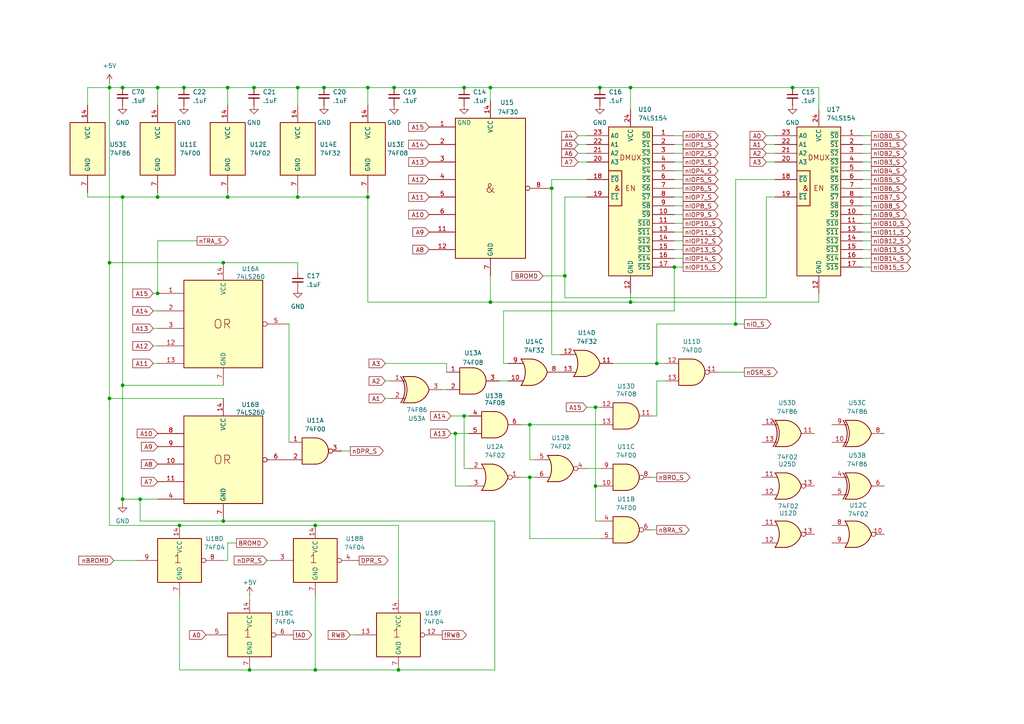
<source format=kicad_sch>
(kicad_sch (version 20231120) (generator "eeschema") (generator_version "8.0")
  (paper "A4")
  (junction (at 172.72 118.11))
  (junction (at 72.39 194.31))
  (junction (at 31.75 76.2))
  (junction (at 45.72 85.09))
  (junction (at 160.02 54.61))
  (junction (at 40.64 144.78))
  (junction (at 163.83 80.01))
  (junction (at 106.68 25.4))
  (junction (at 66.04 57.15))
  (junction (at 35.56 25.4))
  (junction (at 195.58 77.47))
  (junction (at 142.24 25.4))
  (junction (at 31.75 25.4))
  (junction (at 53.34 25.4))
  (junction (at 35.56 111.76))
  (junction (at 31.75 115.57))
  (junction (at 93.98 25.4))
  (junction (at 91.44 194.31))
  (junction (at 52.07 152.4))
  (junction (at 153.67 138.43))
  (junction (at 45.72 57.15))
  (junction (at 86.36 57.15))
  (junction (at 35.56 57.15))
  (junction (at 115.57 194.31))
  (junction (at 66.04 25.4))
  (junction (at 229.87 25.4))
  (junction (at 190.5 105.41))
  (junction (at 173.99 25.4))
  (junction (at 132.08 125.73))
  (junction (at 106.68 57.15))
  (junction (at 182.88 25.4))
  (junction (at 134.62 25.4))
  (junction (at 213.36 93.98))
  (junction (at 73.66 25.4))
  (junction (at 86.36 25.4))
  (junction (at 182.88 87.63))
  (junction (at 153.67 123.19))
  (junction (at 172.72 140.97))
  (junction (at 35.56 144.78))
  (junction (at 64.77 151.13))
  (junction (at 142.24 87.63))
  (junction (at 64.77 76.2))
  (junction (at 45.72 25.4))
  (junction (at 114.3 25.4))
  (junction (at 134.62 120.65))
  (junction (at 91.44 152.4))
  (wire (pts (xy 252.73 77.47) (xy 250.19 77.47)))
  (wire (pts (xy 111.76 110.49) (xy 113.03 110.49)))
  (wire (pts (xy 198.12 62.23) (xy 195.58 62.23)))
  (wire (pts (xy 252.73 41.91) (xy 250.19 41.91)))
  (wire (pts (xy 132.08 125.73) (xy 132.08 140.97)))
  (wire (pts (xy 25.4 30.48) (xy 25.4 25.4)))
  (wire (pts (xy 222.25 86.36) (xy 222.25 57.15)))
  (wire (pts (xy 31.75 25.4) (xy 31.75 76.2)))
  (wire (pts (xy 101.6 184.15) (xy 102.87 184.15)))
  (wire (pts (xy 170.18 118.11) (xy 172.72 118.11)))
  (wire (pts (xy 190.5 120.65) (xy 189.23 120.65)))
  (wire (pts (xy 190.5 93.98) (xy 190.5 105.41)))
  (wire (pts (xy 45.72 55.88) (xy 45.72 57.15)))
  (wire (pts (xy 45.72 69.85) (xy 57.15 69.85)))
  (wire (pts (xy 73.66 25.4) (xy 86.36 25.4)))
  (wire (pts (xy 86.36 55.88) (xy 86.36 57.15)))
  (wire (pts (xy 163.83 80.01) (xy 163.83 86.36)))
  (wire (pts (xy 237.49 25.4) (xy 237.49 31.75)))
  (wire (pts (xy 190.5 153.67) (xy 189.23 153.67)))
  (wire (pts (xy 151.13 138.43) (xy 153.67 138.43)))
  (wire (pts (xy 53.34 25.4) (xy 66.04 25.4)))
  (wire (pts (xy 153.67 123.19) (xy 173.99 123.19)))
  (wire (pts (xy 198.12 52.07) (xy 195.58 52.07)))
  (wire (pts (xy 160.02 52.07) (xy 170.18 52.07)))
  (wire (pts (xy 134.62 120.65) (xy 135.89 120.65)))
  (wire (pts (xy 157.48 80.01) (xy 163.83 80.01)))
  (wire (pts (xy 190.5 105.41) (xy 193.04 105.41)))
  (wire (pts (xy 91.44 152.4) (xy 115.57 152.4)))
  (wire (pts (xy 66.04 157.48) (xy 66.04 162.56)))
  (wire (pts (xy 35.56 25.4) (xy 31.75 25.4)))
  (wire (pts (xy 252.73 62.23) (xy 250.19 62.23)))
  (wire (pts (xy 163.83 86.36) (xy 222.25 86.36)))
  (wire (pts (xy 111.76 115.57) (xy 113.03 115.57)))
  (wire (pts (xy 153.67 138.43) (xy 154.94 138.43)))
  (wire (pts (xy 172.72 140.97) (xy 173.99 140.97)))
  (wire (pts (xy 134.62 25.4) (xy 142.24 25.4)))
  (wire (pts (xy 44.45 100.33) (xy 45.72 100.33)))
  (wire (pts (xy 115.57 194.31) (xy 143.51 194.31)))
  (wire (pts (xy 86.36 57.15) (xy 106.68 57.15)))
  (wire (pts (xy 101.6 130.81) (xy 99.06 130.81)))
  (wire (pts (xy 40.64 144.78) (xy 35.56 144.78)))
  (wire (pts (xy 170.18 135.89) (xy 173.99 135.89)))
  (wire (pts (xy 172.72 118.11) (xy 172.72 140.97)))
  (wire (pts (xy 64.77 76.2) (xy 86.36 76.2)))
  (wire (pts (xy 222.25 41.91) (xy 224.79 41.91)))
  (wire (pts (xy 252.73 64.77) (xy 250.19 64.77)))
  (wire (pts (xy 130.81 120.65) (xy 134.62 120.65)))
  (wire (pts (xy 52.07 194.31) (xy 72.39 194.31)))
  (wire (pts (xy 146.05 90.17) (xy 195.58 90.17)))
  (wire (pts (xy 153.67 123.19) (xy 153.67 133.35)))
  (wire (pts (xy 222.25 39.37) (xy 224.79 39.37)))
  (wire (pts (xy 198.12 67.31) (xy 195.58 67.31)))
  (wire (pts (xy 44.45 95.25) (xy 45.72 95.25)))
  (wire (pts (xy 91.44 194.31) (xy 115.57 194.31)))
  (wire (pts (xy 115.57 173.99) (xy 115.57 152.4)))
  (wire (pts (xy 146.05 105.41) (xy 147.32 105.41)))
  (wire (pts (xy 135.89 140.97) (xy 132.08 140.97)))
  (wire (pts (xy 31.75 76.2) (xy 64.77 76.2)))
  (wire (pts (xy 135.89 135.89) (xy 134.62 135.89)))
  (wire (pts (xy 134.62 120.65) (xy 134.62 135.89)))
  (wire (pts (xy 198.12 57.15) (xy 195.58 57.15)))
  (wire (pts (xy 215.9 93.98) (xy 213.36 93.98)))
  (wire (pts (xy 52.07 152.4) (xy 91.44 152.4)))
  (wire (pts (xy 31.75 152.4) (xy 52.07 152.4)))
  (wire (pts (xy 66.04 162.56) (xy 64.77 162.56)))
  (wire (pts (xy 72.39 194.31) (xy 91.44 194.31)))
  (wire (pts (xy 129.54 107.95) (xy 129.54 105.41)))
  (wire (pts (xy 172.72 140.97) (xy 172.72 151.13)))
  (wire (pts (xy 86.36 76.2) (xy 86.36 78.74)))
  (wire (pts (xy 198.12 77.47) (xy 195.58 77.47)))
  (wire (pts (xy 213.36 52.07) (xy 224.79 52.07)))
  (wire (pts (xy 44.45 90.17) (xy 45.72 90.17)))
  (wire (pts (xy 77.47 162.56) (xy 78.74 162.56)))
  (wire (pts (xy 173.99 156.21) (xy 153.67 156.21)))
  (wire (pts (xy 31.75 115.57) (xy 64.77 115.57)))
  (wire (pts (xy 252.73 39.37) (xy 250.19 39.37)))
  (wire (pts (xy 45.72 69.85) (xy 45.72 85.09)))
  (wire (pts (xy 172.72 118.11) (xy 173.99 118.11)))
  (wire (pts (xy 35.56 146.05) (xy 35.56 144.78)))
  (wire (pts (xy 252.73 52.07) (xy 250.19 52.07)))
  (wire (pts (xy 40.64 151.13) (xy 64.77 151.13)))
  (wire (pts (xy 198.12 72.39) (xy 195.58 72.39)))
  (wire (pts (xy 142.24 25.4) (xy 142.24 29.21)))
  (wire (pts (xy 106.68 87.63) (xy 106.68 57.15)))
  (wire (pts (xy 167.64 39.37) (xy 170.18 39.37)))
  (wire (pts (xy 198.12 64.77) (xy 195.58 64.77)))
  (wire (pts (xy 91.44 172.72) (xy 91.44 194.31)))
  (wire (pts (xy 130.81 125.73) (xy 132.08 125.73)))
  (wire (pts (xy 160.02 52.07) (xy 160.02 54.61)))
  (wire (pts (xy 252.73 69.85) (xy 250.19 69.85)))
  (wire (pts (xy 198.12 44.45) (xy 195.58 44.45)))
  (wire (pts (xy 154.94 133.35) (xy 153.67 133.35)))
  (wire (pts (xy 252.73 57.15) (xy 250.19 57.15)))
  (wire (pts (xy 64.77 151.13) (xy 143.51 151.13)))
  (wire (pts (xy 190.5 120.65) (xy 190.5 110.49)))
  (wire (pts (xy 213.36 52.07) (xy 213.36 93.98)))
  (wire (pts (xy 198.12 74.93) (xy 195.58 74.93)))
  (wire (pts (xy 160.02 102.87) (xy 162.56 102.87)))
  (wire (pts (xy 93.98 25.4) (xy 106.68 25.4)))
  (wire (pts (xy 190.5 110.49) (xy 193.04 110.49)))
  (wire (pts (xy 173.99 25.4) (xy 182.88 25.4)))
  (wire (pts (xy 198.12 49.53) (xy 195.58 49.53)))
  (wire (pts (xy 167.64 44.45) (xy 170.18 44.45)))
  (wire (pts (xy 222.25 44.45) (xy 224.79 44.45)))
  (wire (pts (xy 106.68 87.63) (xy 142.24 87.63)))
  (wire (pts (xy 229.87 25.4) (xy 237.49 25.4)))
  (wire (pts (xy 146.05 105.41) (xy 146.05 90.17)))
  (wire (pts (xy 252.73 49.53) (xy 250.19 49.53)))
  (wire (pts (xy 45.72 57.15) (xy 35.56 57.15)))
  (wire (pts (xy 45.72 25.4) (xy 53.34 25.4)))
  (wire (pts (xy 198.12 41.91) (xy 195.58 41.91)))
  (wire (pts (xy 35.56 111.76) (xy 35.56 144.78)))
  (wire (pts (xy 45.72 25.4) (xy 45.72 30.48)))
  (wire (pts (xy 252.73 74.93) (xy 250.19 74.93)))
  (wire (pts (xy 252.73 67.31) (xy 250.19 67.31)))
  (wire (pts (xy 25.4 55.88) (xy 25.4 57.15)))
  (wire (pts (xy 66.04 25.4) (xy 73.66 25.4)))
  (wire (pts (xy 142.24 80.01) (xy 142.24 87.63)))
  (wire (pts (xy 182.88 25.4) (xy 182.88 31.75)))
  (wire (pts (xy 44.45 105.41) (xy 45.72 105.41)))
  (wire (pts (xy 182.88 87.63) (xy 182.88 85.09)))
  (wire (pts (xy 106.68 25.4) (xy 114.3 25.4)))
  (wire (pts (xy 40.64 144.78) (xy 45.72 144.78)))
  (wire (pts (xy 182.88 87.63) (xy 237.49 87.63)))
  (wire (pts (xy 222.25 46.99) (xy 224.79 46.99)))
  (wire (pts (xy 173.99 151.13) (xy 172.72 151.13)))
  (wire (pts (xy 170.18 57.15) (xy 163.83 57.15)))
  (wire (pts (xy 195.58 90.17) (xy 195.58 77.47)))
  (wire (pts (xy 237.49 87.63) (xy 237.49 85.09)))
  (wire (pts (xy 72.39 172.72) (xy 72.39 173.99)))
  (wire (pts (xy 66.04 57.15) (xy 86.36 57.15)))
  (wire (pts (xy 68.58 157.48) (xy 66.04 157.48)))
  (wire (pts (xy 252.73 72.39) (xy 250.19 72.39)))
  (wire (pts (xy 142.24 25.4) (xy 173.99 25.4)))
  (wire (pts (xy 129.54 105.41) (xy 111.76 105.41)))
  (wire (pts (xy 198.12 54.61) (xy 195.58 54.61)))
  (wire (pts (xy 163.83 57.15) (xy 163.83 80.01)))
  (wire (pts (xy 142.24 87.63) (xy 182.88 87.63)))
  (wire (pts (xy 167.64 41.91) (xy 170.18 41.91)))
  (wire (pts (xy 45.72 57.15) (xy 66.04 57.15)))
  (wire (pts (xy 198.12 59.69) (xy 195.58 59.69)))
  (wire (pts (xy 66.04 25.4) (xy 66.04 30.48)))
  (wire (pts (xy 144.78 110.49) (xy 147.32 110.49)))
  (wire (pts (xy 25.4 57.15) (xy 35.56 57.15)))
  (wire (pts (xy 252.73 59.69) (xy 250.19 59.69)))
  (wire (pts (xy 86.36 25.4) (xy 86.36 30.48)))
  (wire (pts (xy 190.5 138.43) (xy 189.23 138.43)))
  (wire (pts (xy 106.68 25.4) (xy 106.68 30.48)))
  (wire (pts (xy 31.75 115.57) (xy 31.75 152.4)))
  (wire (pts (xy 31.75 24.13) (xy 31.75 25.4)))
  (wire (pts (xy 198.12 39.37) (xy 195.58 39.37)))
  (wire (pts (xy 40.64 151.13) (xy 40.64 144.78)))
  (wire (pts (xy 213.36 93.98) (xy 190.5 93.98)))
  (wire (pts (xy 153.67 138.43) (xy 153.67 156.21)))
  (wire (pts (xy 132.08 125.73) (xy 135.89 125.73)))
  (wire (pts (xy 151.13 123.19) (xy 153.67 123.19)))
  (wire (pts (xy 198.12 69.85) (xy 195.58 69.85)))
  (wire (pts (xy 114.3 25.4) (xy 134.62 25.4)))
  (wire (pts (xy 31.75 76.2) (xy 31.75 115.57)))
  (wire (pts (xy 83.82 93.98) (xy 83.82 128.27)))
  (wire (pts (xy 106.68 55.88) (xy 106.68 57.15)))
  (wire (pts (xy 167.64 46.99) (xy 170.18 46.99)))
  (wire (pts (xy 25.4 25.4) (xy 31.75 25.4)))
  (wire (pts (xy 66.04 55.88) (xy 66.04 57.15)))
  (wire (pts (xy 44.45 85.09) (xy 45.72 85.09)))
  (wire (pts (xy 52.07 172.72) (xy 52.07 194.31)))
  (wire (pts (xy 128.27 113.03) (xy 129.54 113.03)))
  (wire (pts (xy 252.73 46.99) (xy 250.19 46.99)))
  (wire (pts (xy 222.25 57.15) (xy 224.79 57.15)))
  (wire (pts (xy 35.56 111.76) (xy 64.77 111.76)))
  (wire (pts (xy 252.73 44.45) (xy 250.19 44.45)))
  (wire (pts (xy 252.73 54.61) (xy 250.19 54.61)))
  (wire (pts (xy 35.56 57.15) (xy 35.56 111.76)))
  (wire (pts (xy 86.36 25.4) (xy 93.98 25.4)))
  (wire (pts (xy 33.02 162.56) (xy 39.37 162.56)))
  (wire (pts (xy 208.28 107.95) (xy 215.9 107.95)))
  (wire (pts (xy 182.88 25.4) (xy 229.87 25.4)))
  (wire (pts (xy 177.8 105.41) (xy 190.5 105.41)))
  (wire (pts (xy 198.12 46.99) (xy 195.58 46.99)))
  (wire (pts (xy 45.72 25.4) (xy 35.56 25.4)))
  (wire (pts (xy 143.51 151.13) (xy 143.51 194.31)))
  (wire (pts (xy 160.02 54.61) (xy 160.02 102.87)))
  (global_label "A4" (shape input) (at 167.64 39.37 180) (property "Intersheetrefs" "${INTERSHEET_REFS}" (effects (hide yes))))
  (global_label "A1" (shape input) (at 111.76 115.57 180) (property "Intersheetrefs" "${INTERSHEET_REFS}" (effects (hide yes))))
  (global_label "nIOP15_S" (shape output) (at 198.12 77.47 0) (property "Intersheetrefs" "${INTERSHEET_REFS}" (effects (hide yes))))
  (global_label "DPR_S" (shape output) (at 104.14 162.56 0) (property "Intersheetrefs" "${INTERSHEET_REFS}" (effects (hide yes))))
  (global_label "A9" (shape input) (at 124.46 67.31 180) (property "Intersheetrefs" "${INTERSHEET_REFS}" (effects (hide yes))))
  (global_label "nIOP13_S" (shape output) (at 198.12 72.39 0) (property "Intersheetrefs" "${INTERSHEET_REFS}" (effects (hide yes))))
  (global_label "nIOP3_S" (shape output) (at 198.12 46.99 0) (property "Intersheetrefs" "${INTERSHEET_REFS}" (effects (hide yes))))
  (global_label "A15" (shape input) (at 170.18 118.11 180) (property "Intersheetrefs" "${INTERSHEET_REFS}" (effects (hide yes))))
  (global_label "nIOP0_S" (shape output) (at 198.12 39.37 0) (property "Intersheetrefs" "${INTERSHEET_REFS}" (effects (hide yes))))
  (global_label "nDPR_S" (shape input) (at 77.47 162.56 180) (property "Intersheetrefs" "${INTERSHEET_REFS}" (effects (hide yes))))
  (global_label "A2" (shape input) (at 222.25 44.45 180) (property "Intersheetrefs" "${INTERSHEET_REFS}" (effects (hide yes))))
  (global_label "A3" (shape input) (at 222.25 46.99 180) (property "Intersheetrefs" "${INTERSHEET_REFS}" (effects (hide yes))))
  (global_label "!RWB" (shape output) (at 128.27 184.15 0) (property "Intersheetrefs" "${INTERSHEET_REFS}" (effects (hide yes))))
  (global_label "nIOB2_S" (shape output) (at 252.73 44.45 0) (property "Intersheetrefs" "${INTERSHEET_REFS}" (effects (hide yes))))
  (global_label "A11" (shape input) (at 124.46 57.15 180) (property "Intersheetrefs" "${INTERSHEET_REFS}" (effects (hide yes))))
  (global_label "A0" (shape input) (at 222.25 39.37 180) (property "Intersheetrefs" "${INTERSHEET_REFS}" (effects (hide yes))))
  (global_label "nIOB14_S" (shape output) (at 252.73 74.93 0) (property "Intersheetrefs" "${INTERSHEET_REFS}" (effects (hide yes))))
  (global_label "nIOP14_S" (shape output) (at 198.12 74.93 0) (property "Intersheetrefs" "${INTERSHEET_REFS}" (effects (hide yes))))
  (global_label "nIOB0_S" (shape output) (at 252.73 39.37 0) (property "Intersheetrefs" "${INTERSHEET_REFS}" (effects (hide yes))))
  (global_label "A6" (shape input) (at 167.64 44.45 180) (property "Intersheetrefs" "${INTERSHEET_REFS}" (effects (hide yes))))
  (global_label "nIOB10_S" (shape output) (at 252.73 64.77 0) (property "Intersheetrefs" "${INTERSHEET_REFS}" (effects (hide yes))))
  (global_label "A15" (shape input) (at 124.46 36.83 180) (property "Intersheetrefs" "${INTERSHEET_REFS}" (effects (hide yes))))
  (global_label "nBRA_S" (shape output) (at 190.5 153.67 0) (property "Intersheetrefs" "${INTERSHEET_REFS}" (effects (hide yes))))
  (global_label "!A0" (shape output) (at 85.09 184.15 0) (property "Intersheetrefs" "${INTERSHEET_REFS}" (effects (hide yes))))
  (global_label "nIOB9_S" (shape output) (at 252.73 62.23 0) (property "Intersheetrefs" "${INTERSHEET_REFS}" (effects (hide yes))))
  (global_label "nIOB13_S" (shape output) (at 252.73 72.39 0) (property "Intersheetrefs" "${INTERSHEET_REFS}" (effects (hide yes))))
  (global_label "nIOB1_S" (shape output) (at 252.73 41.91 0) (property "Intersheetrefs" "${INTERSHEET_REFS}" (effects (hide yes))))
  (global_label "A13" (shape input) (at 130.81 125.73 180) (property "Intersheetrefs" "${INTERSHEET_REFS}" (effects (hide yes))))
  (global_label "A8" (shape input) (at 45.72 134.62 180) (property "Intersheetrefs" "${INTERSHEET_REFS}" (effects (hide yes))))
  (global_label "A3" (shape input) (at 111.76 105.41 180) (property "Intersheetrefs" "${INTERSHEET_REFS}" (effects (hide yes))))
  (global_label "nBROMD" (shape input) (at 33.02 162.56 180) (property "Intersheetrefs" "${INTERSHEET_REFS}" (effects (hide yes))))
  (global_label "nIOB5_S" (shape output) (at 252.73 52.07 0) (property "Intersheetrefs" "${INTERSHEET_REFS}" (effects (hide yes))))
  (global_label "A5" (shape input) (at 167.64 41.91 180) (property "Intersheetrefs" "${INTERSHEET_REFS}" (effects (hide yes))))
  (global_label "nIOB12_S" (shape output) (at 252.73 69.85 0) (property "Intersheetrefs" "${INTERSHEET_REFS}" (effects (hide yes))))
  (global_label "nBRO_S" (shape output) (at 190.5 138.43 0) (property "Intersheetrefs" "${INTERSHEET_REFS}" (effects (hide yes))))
  (global_label "A7" (shape input) (at 45.72 139.7 180) (property "Intersheetrefs" "${INTERSHEET_REFS}" (effects (hide yes))))
  (global_label "nIOP6_S" (shape output) (at 198.12 54.61 0) (property "Intersheetrefs" "${INTERSHEET_REFS}" (effects (hide yes))))
  (global_label "A14" (shape input) (at 130.81 120.65 180) (property "Intersheetrefs" "${INTERSHEET_REFS}" (effects (hide yes))))
  (global_label "A2" (shape input) (at 111.76 110.49 180) (property "Intersheetrefs" "${INTERSHEET_REFS}" (effects (hide yes))))
  (global_label "A12" (shape input) (at 124.46 52.07 180) (property "Intersheetrefs" "${INTERSHEET_REFS}" (effects (hide yes))))
  (global_label "A11" (shape input) (at 44.45 105.41 180) (property "Intersheetrefs" "${INTERSHEET_REFS}" (effects (hide yes))))
  (global_label "nIOP1_S" (shape output) (at 198.12 41.91 0) (property "Intersheetrefs" "${INTERSHEET_REFS}" (effects (hide yes))))
  (global_label "nIOP12_S" (shape output) (at 198.12 69.85 0) (property "Intersheetrefs" "${INTERSHEET_REFS}" (effects (hide yes))))
  (global_label "nIOP2_S" (shape output) (at 198.12 44.45 0) (property "Intersheetrefs" "${INTERSHEET_REFS}" (effects (hide yes))))
  (global_label "BROMD" (shape output) (at 68.58 157.48 0) (property "Intersheetrefs" "${INTERSHEET_REFS}" (effects (hide yes))))
  (global_label "nIOB7_S" (shape output) (at 252.73 57.15 0) (property "Intersheetrefs" "${INTERSHEET_REFS}" (effects (hide yes))))
  (global_label "nIOB6_S" (shape output) (at 252.73 54.61 0) (property "Intersheetrefs" "${INTERSHEET_REFS}" (effects (hide yes))))
  (global_label "nIOP5_S" (shape output) (at 198.12 52.07 0) (property "Intersheetrefs" "${INTERSHEET_REFS}" (effects (hide yes))))
  (global_label "A10" (shape input) (at 45.72 125.73 180) (property "Intersheetrefs" "${INTERSHEET_REFS}" (effects (hide yes))))
  (global_label "RWB" (shape input) (at 101.6 184.15 180) (property "Intersheetrefs" "${INTERSHEET_REFS}" (effects (hide yes))))
  (global_label "A13" (shape input) (at 124.46 46.99 180) (property "Intersheetrefs" "${INTERSHEET_REFS}" (effects (hide yes))))
  (global_label "A14" (shape input) (at 124.46 41.91 180) (property "Intersheetrefs" "${INTERSHEET_REFS}" (effects (hide yes))))
  (global_label "A15" (shape input) (at 44.45 85.09 180) (property "Intersheetrefs" "${INTERSHEET_REFS}" (effects (hide yes))))
  (global_label "nDPR_S" (shape output) (at 101.6 130.81 0) (property "Intersheetrefs" "${INTERSHEET_REFS}" (effects (hide yes))))
  (global_label "A1" (shape input) (at 222.25 41.91 180) (property "Intersheetrefs" "${INTERSHEET_REFS}" (effects (hide yes))))
  (global_label "nOSR_S" (shape output) (at 215.9 107.95 0) (property "Intersheetrefs" "${INTERSHEET_REFS}" (effects (hide yes))))
  (global_label "nIOP7_S" (shape output) (at 198.12 57.15 0) (property "Intersheetrefs" "${INTERSHEET_REFS}" (effects (hide yes))))
  (global_label "A12" (shape input) (at 44.45 100.33 180) (property "Intersheetrefs" "${INTERSHEET_REFS}" (effects (hide yes))))
  (global_label "A0" (shape input) (at 59.69 184.15 180) (property "Intersheetrefs" "${INTERSHEET_REFS}" (effects (hide yes))))
  (global_label "nTRA_S" (shape output) (at 57.15 69.85 0) (property "Intersheetrefs" "${INTERSHEET_REFS}" (effects (hide yes))))
  (global_label "nIOB4_S" (shape output) (at 252.73 49.53 0) (property "Intersheetrefs" "${INTERSHEET_REFS}" (effects (hide yes))))
  (global_label "nIOB8_S" (shape output) (at 252.73 59.69 0) (property "Intersheetrefs" "${INTERSHEET_REFS}" (effects (hide yes))))
  (global_label "nIOP11_S" (shape output) (at 198.12 67.31 0) (property "Intersheetrefs" "${INTERSHEET_REFS}" (effects (hide yes))))
  (global_label "nIOP9_S" (shape output) (at 198.12 62.23 0) (property "Intersheetrefs" "${INTERSHEET_REFS}" (effects (hide yes))))
  (global_label "A9" (shape input) (at 45.72 129.54 180) (property "Intersheetrefs" "${INTERSHEET_REFS}" (effects (hide yes))))
  (global_label "BROMD" (shape input) (at 157.48 80.01 180) (property "Intersheetrefs" "${INTERSHEET_REFS}" (effects (hide yes))))
  (global_label "A10" (shape input) (at 124.46 62.23 180) (property "Intersheetrefs" "${INTERSHEET_REFS}" (effects (hide yes))))
  (global_label "nIOP10_S" (shape output) (at 198.12 64.77 0) (property "Intersheetrefs" "${INTERSHEET_REFS}" (effects (hide yes))))
  (global_label "nIOB15_S" (shape output) (at 252.73 77.47 0) (property "Intersheetrefs" "${INTERSHEET_REFS}" (effects (hide yes))))
  (global_label "nIOB3_S" (shape output) (at 252.73 46.99 0) (property "Intersheetrefs" "${INTERSHEET_REFS}" (effects (hide yes))))
  (global_label "nIO_S" (shape output) (at 215.9 93.98 0) (property "Intersheetrefs" "${INTERSHEET_REFS}" (effects (hide yes))))
  (global_label "A7" (shape input) (at 167.64 46.99 180) (property "Intersheetrefs" "${INTERSHEET_REFS}" (effects (hide yes))))
  (global_label "nIOP8_S" (shape output) (at 198.12 59.69 0) (property "Intersheetrefs" "${INTERSHEET_REFS}" (effects (hide yes))))
  (global_label "nIOP4_S" (shape output) (at 198.12 49.53 0) (property "Intersheetrefs" "${INTERSHEET_REFS}" (effects (hide yes))))
  (global_label "A8" (shape input) (at 124.46 72.39 180) (property "Intersheetrefs" "${INTERSHEET_REFS}" (effects (hide yes))))
  (global_label "nIOB11_S" (shape output) (at 252.73 67.31 0) (property "Intersheetrefs" "${INTERSHEET_REFS}" (effects (hide yes))))
  (global_label "A14" (shape input) (at 44.45 90.17 180) (property "Intersheetrefs" "${INTERSHEET_REFS}" (effects (hide yes))))
  (global_label "A13" (shape input) (at 44.45 95.25 180) (property "Intersheetrefs" "${INTERSHEET_REFS}" (effects (hide yes))))
  (symbol (lib_id "74xx:74LS86") (at 248.92 140.97 0) (unit 2)
    (property "Reference" "U53" (at 248.6152 132.08 0))
    (property "Value" "74F86" (at 248.6152 134.62 0))
    (property "Footprint" "Package_DIP:DIP-14_W7.62mm_Socket_LongPads" (effects (hide yes)))
    (property "Datasheet" "74xx/74ls86.pdf" (effects (hide yes)))
    (property "Description" "Quad 2-input XOR" (effects (hide yes)))
  )
  (symbol (lib_id "74xx:74LS08") (at 137.16 110.49 0) (unit 1)
    (property "Reference" "U13" (at 137.16 102.362 0))
    (property "Value" "74F08" (at 137.16 105.156 0))
    (property "Footprint" "Package_DIP:DIP-14_W7.62mm_Socket_LongPads" (effects (hide yes)))
    (property "Datasheet" "http://www.ti.com/lit/gpn/sn74LS08" (effects (hide yes)))
    (property "Description" "Quad And2" (effects (hide yes)))
  )
  (symbol (lib_id "74xx:74HC00") (at 91.44 130.81 0) (unit 1)
    (property "Reference" "U11" (at 91.4317 121.92 0))
    (property "Value" "74F00" (at 91.4317 124.46 0))
    (property "Footprint" "Package_DIP:DIP-14_W7.62mm_Socket_LongPads" (effects (hide yes)))
    (property "Datasheet" "http://www.ti.com/lit/gpn/sn74hc00" (effects (hide yes)))
    (property "Description" "quad 2-input NAND gate" (effects (hide yes)))
  )
  (symbol (lib_id "74xx_IEEE:7404") (at 91.44 162.56 0) (unit 2)
    (property "Reference" "U18" (at 102.87 156.2414 0))
    (property "Value" "74F04" (at 102.87 158.7814 0))
    (property "Footprint" "Package_DIP:DIP-14_W7.62mm_Socket_LongPads" (effects (hide yes)))
  )
  (symbol (lib_id "power:GND") (at 73.66 30.48 0) (unit 1)
    (property "Reference" "#PWR024" (effects (hide yes)))
    (property "Value" "GND" (at 73.66 35.56 0))
    (property "Description" "Power symbol creates a global label with name \"GND\" , ground" (effects (hide yes)))
  )
  (symbol (lib_id "Device:C_Small") (at 35.56 27.94 0) (unit 1)
    (property "Reference" "C70" (at 38.1 26.6762 0) (effects (justify left)))
    (property "Value" ".1uF" (at 38.1 29.2162 0) (effects (justify left)))
    (property "Footprint" "Capacitor_THT:C_Disc_D5.0mm_W2.5mm_P5.00mm" (effects (hide yes)))
    (property "Description" "Unpolarized capacitor, small symbol" (effects (hide yes)))
  )
  (symbol (lib_id "74xx_IEEE:7404") (at 72.39 184.15 0) (unit 3)
    (property "Reference" "U18" (at 82.55 177.8314 0))
    (property "Value" "74F04" (at 82.55 180.3714 0))
    (property "Footprint" "Package_DIP:DIP-14_W7.62mm_Socket_LongPads" (effects (hide yes)))
  )
  (symbol (lib_id "74xx:74LS86") (at 248.92 125.73 0) (unit 3)
    (property "Reference" "U53" (at 248.6152 116.84 0))
    (property "Value" "74F86" (at 248.6152 119.38 0))
    (property "Footprint" "Package_DIP:DIP-14_W7.62mm_Socket_LongPads" (effects (hide yes)))
    (property "Datasheet" "74xx/74ls86.pdf" (effects (hide yes)))
    (property "Description" "Quad 2-input XOR" (effects (hide yes)))
  )
  (symbol (lib_id "74xx:74LS08") (at 181.61 120.65 0) (unit 4)
    (property "Reference" "U13" (at 181.6183 112.014 0))
    (property "Value" "74F08" (at 181.61 114.3 0))
    (property "Footprint" "Package_DIP:DIP-14_W7.62mm_Socket_LongPads" (effects (hide yes)))
    (property "Datasheet" "http://www.ti.com/lit/gpn/sn74LS08" (effects (hide yes)))
    (property "Description" "Quad And2" (effects (hide yes)))
  )
  (symbol (lib_id "power:GND") (at 173.99 30.48 0) (unit 1)
    (property "Reference" "#PWR019" (effects (hide yes)))
    (property "Value" "GND" (at 173.99 35.56 0))
    (property "Description" "Power symbol creates a global label with name \"GND\" , ground" (effects (hide yes)))
  )
  (symbol (lib_id "power:GND") (at 93.98 30.48 0) (unit 1)
    (property "Reference" "#PWR023" (effects (hide yes)))
    (property "Value" "GND" (at 93.98 35.56 0))
    (property "Description" "Power symbol creates a global label with name \"GND\" , ground" (effects (hide yes)))
  )
  (symbol (lib_id "74xx:74HC02") (at 162.56 135.89 0) (unit 2)
    (property "Reference" "U12" (at 162.56 127 0))
    (property "Value" "74F02" (at 162.56 129.54 0))
    (property "Footprint" "Package_DIP:DIP-14_W7.62mm_Socket_LongPads" (effects (hide yes)))
    (property "Datasheet" "http://www.ti.com/lit/gpn/sn74hc02" (effects (hide yes)))
    (property "Description" "quad 2-input NOR gate" (effects (hide yes)))
  )
  (symbol (lib_id "74xx:74HC02") (at 143.51 138.43 0) (unit 1)
    (property "Reference" "U12" (at 143.51 129.54 0))
    (property "Value" "74F02" (at 143.51 132.08 0))
    (property "Footprint" "Package_DIP:DIP-14_W7.62mm_Socket_LongPads" (effects (hide yes)))
    (property "Datasheet" "http://www.ti.com/lit/gpn/sn74hc02" (effects (hide yes)))
    (property "Description" "quad 2-input NOR gate" (effects (hide yes)))
  )
  (symbol (lib_id "74xx_IEEE:7404") (at 52.07 162.56 0) (unit 4)
    (property "Reference" "U18" (at 62.23 156.2414 0))
    (property "Value" "74F04" (at 62.23 158.7814 0))
    (property "Footprint" "Package_DIP:DIP-14_W7.62mm_Socket_LongPads" (effects (hide yes)))
  )
  (symbol (lib_id "74xx:74HC00") (at 45.72 43.18 0) (unit 5)
    (property "Reference" "U11" (at 52.07 41.9099 0) (effects (justify left)))
    (property "Value" "74F00" (at 52.07 44.4499 0) (effects (justify left)))
    (property "Footprint" "Package_DIP:DIP-14_W7.62mm_Socket_LongPads" (effects (hide yes)))
    (property "Datasheet" "http://www.ti.com/lit/gpn/sn74hc00" (effects (hide yes)))
    (property "Description" "quad 2-input NAND gate" (effects (hide yes)))
  )
  (symbol (lib_id "74xx_IEEE:7430") (at 142.24 54.61 0) (unit 1)
    (property "Reference" "U15" (at 147.066 29.718 0))
    (property "Value" "74F30" (at 147.32 32.512 0))
    (property "Footprint" "Package_DIP:DIP-14_W7.62mm_Socket_LongPads" (effects (hide yes)))
  )
  (symbol (lib_id "Device:C_Small") (at 73.66 27.94 0) (unit 1)
    (property "Reference" "C21" (at 76.2 26.6762 0) (effects (justify left)))
    (property "Value" ".1uF" (at 76.2 29.2162 0) (effects (justify left)))
    (property "Footprint" "Capacitor_THT:C_Disc_D5.0mm_W2.5mm_P5.00mm" (effects (hide yes)))
    (property "Description" "Unpolarized capacitor, small symbol" (effects (hide yes)))
  )
  (symbol (lib_id "74xx:74LS86") (at 120.65 113.03 0) (unit 1)
    (property "Reference" "U53" (at 120.904 121.412 0))
    (property "Value" "74F86" (at 120.904 118.872 0))
    (property "Footprint" "Package_DIP:DIP-14_W7.62mm_Socket_LongPads" (effects (hide yes)))
    (property "Datasheet" "74xx/74ls86.pdf" (effects (hide yes)))
    (property "Description" "Quad 2-input XOR" (effects (hide yes)))
  )
  (symbol (lib_id "power:GND") (at 114.3 30.48 0) (unit 1)
    (property "Reference" "#PWR022" (effects (hide yes)))
    (property "Value" "GND" (at 114.3 35.56 0))
    (property "Description" "Power symbol creates a global label with name \"GND\" , ground" (effects (hide yes)))
  )
  (symbol (lib_id "74xx:74HC00") (at 181.61 153.67 0) (unit 2)
    (property "Reference" "U11" (at 181.6017 144.78 0))
    (property "Value" "74F00" (at 181.6017 147.32 0))
    (property "Footprint" "Package_DIP:DIP-14_W7.62mm_Socket_LongPads" (effects (hide yes)))
    (property "Datasheet" "http://www.ti.com/lit/gpn/sn74hc00" (effects (hide yes)))
    (property "Description" "quad 2-input NAND gate" (effects (hide yes)))
  )
  (symbol (lib_id "power:GND") (at 86.36 83.82 0) (unit 1)
    (property "Reference" "#PWR020" (effects (hide yes)))
    (property "Value" "GND" (at 86.36 88.9 0))
    (property "Description" "Power symbol creates a global label with name \"GND\" , ground" (effects (hide yes)))
  )
  (symbol (lib_id "74xx_IEEE:7404") (at 115.57 184.15 0) (unit 6)
    (property "Reference" "U18" (at 125.73 177.8314 0))
    (property "Value" "74F04" (at 125.73 180.3714 0))
    (property "Footprint" "Package_DIP:DIP-14_W7.62mm_Socket_LongPads" (effects (hide yes)))
  )
  (symbol (lib_id "74xx:74HC00") (at 200.66 107.95 0) (unit 4)
    (property "Reference" "U11" (at 200.6517 99.06 0))
    (property "Value" "74F00" (at 200.6517 101.6 0))
    (property "Footprint" "Package_DIP:DIP-14_W7.62mm_Socket_LongPads" (effects (hide yes)))
    (property "Datasheet" "http://www.ti.com/lit/gpn/sn74hc00" (effects (hide yes)))
    (property "Description" "quad 2-input NAND gate" (effects (hide yes)))
  )
  (symbol (lib_id "74xx:74LS32") (at 170.18 105.41 0) (unit 4)
    (property "Reference" "U14" (at 170.18 96.52 0))
    (property "Value" "74F32" (at 170.18 99.06 0))
    (property "Footprint" "Package_DIP:DIP-14_W7.62mm_Socket_LongPads" (effects (hide yes)))
    (property "Datasheet" "http://www.ti.com/lit/gpn/sn74LS32" (effects (hide yes)))
    (property "Description" "Quad 2-input OR" (effects (hide yes)))
  )
  (symbol (lib_id "74xx:74HC00") (at 181.61 138.43 0) (unit 3)
    (property "Reference" "U11" (at 181.6017 129.54 0))
    (property "Value" "74F00" (at 181.6017 132.08 0))
    (property "Footprint" "Package_DIP:DIP-14_W7.62mm_Socket_LongPads" (effects (hide yes)))
    (property "Datasheet" "http://www.ti.com/lit/gpn/sn74hc00" (effects (hide yes)))
    (property "Description" "quad 2-input NAND gate" (effects (hide yes)))
  )
  (symbol (lib_id "74xx:74HC02") (at 66.04 43.18 0) (unit 5)
    (property "Reference" "U12" (at 72.39 41.9099 0) (effects (justify left)))
    (property "Value" "74F02" (at 72.39 44.4499 0) (effects (justify left)))
    (property "Footprint" "Package_DIP:DIP-14_W7.62mm_Socket_LongPads" (effects (hide yes)))
    (property "Datasheet" "http://www.ti.com/lit/gpn/sn74hc02" (effects (hide yes)))
    (property "Description" "quad 2-input NOR gate" (effects (hide yes)))
  )
  (symbol (lib_id "Device:C_Small") (at 86.36 81.28 0) (unit 1)
    (property "Reference" "C17" (at 88.9 80.0162 0) (effects (justify left)))
    (property "Value" ".1uF" (at 88.9 82.5562 0) (effects (justify left)))
    (property "Footprint" "Capacitor_THT:C_Disc_D5.0mm_W2.5mm_P5.00mm" (effects (hide yes)))
    (property "Description" "Unpolarized capacitor, small symbol" (effects (hide yes)))
  )
  (symbol (lib_id "Device:C_Small") (at 114.3 27.94 0) (unit 1)
    (property "Reference" "C19" (at 116.84 26.6762 0) (effects (justify left)))
    (property "Value" ".1uF" (at 116.84 29.2162 0) (effects (justify left)))
    (property "Footprint" "Capacitor_THT:C_Disc_D5.0mm_W2.5mm_P5.00mm" (effects (hide yes)))
    (property "Description" "Unpolarized capacitor, small symbol" (effects (hide yes)))
  )
  (symbol (lib_id "Device:C_Small") (at 93.98 27.94 0) (unit 1)
    (property "Reference" "C20" (at 96.52 26.6762 0) (effects (justify left)))
    (property "Value" ".1uF" (at 96.52 29.2162 0) (effects (justify left)))
    (property "Footprint" "Capacitor_THT:C_Disc_D5.0mm_W2.5mm_P5.00mm" (effects (hide yes)))
    (property "Description" "Unpolarized capacitor, small symbol" (effects (hide yes)))
  )
  (symbol (lib_id "power:+5V") (at 31.75 24.13 0) (unit 1)
    (property "Reference" "#PWR04" (effects (hide yes)))
    (property "Value" "+5V" (at 31.75 19.05 0))
    (property "Description" "Power symbol creates a global label with name \"+5V\"" (effects (hide yes)))
  )
  (symbol (lib_id "74xx:74LS86") (at 228.6 125.73 0) (unit 4)
    (property "Reference" "U53" (at 228.2952 116.84 0))
    (property "Value" "74F86" (at 228.2952 119.38 0))
    (property "Footprint" "Package_DIP:DIP-14_W7.62mm_Socket_LongPads" (effects (hide yes)))
    (property "Datasheet" "74xx/74ls86.pdf" (effects (hide yes)))
    (property "Description" "Quad 2-input XOR" (effects (hide yes)))
  )
  (symbol (lib_id "power:+5V") (at 72.39 172.72 0) (unit 1)
    (property "Reference" "#PWR077" (effects (hide yes)))
    (property "Value" "+5V" (at 72.39 168.91 0))
    (property "Description" "Power symbol creates a global label with name \"+5V\"" (effects (hide yes)))
  )
  (symbol (lib_id "power:GND") (at 35.56 30.48 0) (unit 1)
    (property "Reference" "#PWR079" (effects (hide yes)))
    (property "Value" "GND" (at 35.56 35.56 0))
    (property "Description" "Power symbol creates a global label with name \"GND\" , ground" (effects (hide yes)))
  )
  (symbol (lib_id "74xx_IEEE:7420") (at 64.77 133.35 0) (unit 2)
    (property "Reference" "U16" (at 72.644 117.348 0))
    (property "Value" "74LS260" (at 72.644 119.634 0))
    (property "Footprint" "Package_DIP:DIP-14_W7.62mm_Socket_LongPads" (effects (hide yes)))
  )
  (symbol (lib_id "power:GND") (at 229.87 30.48 0) (unit 1)
    (property "Reference" "#PWR018" (effects (hide yes)))
    (property "Value" "GND" (at 229.87 35.56 0))
    (property "Description" "Power symbol creates a global label with name \"GND\" , ground" (effects (hide yes)))
  )
  (symbol (lib_id "power:GND") (at 53.34 30.48 0) (unit 1)
    (property "Reference" "#PWR025" (effects (hide yes)))
    (property "Value" "GND" (at 53.34 35.56 0))
    (property "Description" "Power symbol creates a global label with name \"GND\" , ground" (effects (hide yes)))
  )
  (symbol (lib_id "Device:C_Small") (at 229.87 27.94 0) (unit 1)
    (property "Reference" "C15" (at 232.41 26.6762 0) (effects (justify left)))
    (property "Value" ".1uF" (at 232.41 29.2162 0) (effects (justify left)))
    (property "Footprint" "Capacitor_THT:C_Disc_D5.0mm_W2.5mm_P5.00mm" (effects (hide yes)))
    (property "Description" "Unpolarized capacitor, small symbol" (effects (hide yes)))
  )
  (symbol (lib_id "74xx:74LS08") (at 106.68 43.18 0) (unit 5)
    (property "Reference" "U13" (at 112.268 41.91 0) (effects (justify left)))
    (property "Value" "74F08" (at 112.268 44.45 0) (effects (justify left)))
    (property "Footprint" "Package_DIP:DIP-14_W7.62mm_Socket_LongPads" (effects (hide yes)))
    (property "Datasheet" "http://www.ti.com/lit/gpn/sn74LS08" (effects (hide yes)))
    (property "Description" "Quad And2" (effects (hide yes)))
  )
  (symbol (lib_id "74xx:74HC02") (at 228.6 154.94 0) (unit 4)
    (property "Reference" "U12" (at 228.6 148.844 0))
    (property "Value" "74F02" (at 228.6 146.812 0))
    (property "Footprint" "Package_DIP:DIP-14_W7.62mm_Socket_LongPads" (effects (hide yes)))
    (property "Datasheet" "http://www.ti.com/lit/gpn/sn74hc02" (effects (hide yes)))
    (property "Description" "quad 2-input NOR gate" (effects (hide yes)))
  )
  (symbol (lib_id "74xx:74LS32") (at 154.94 107.95 0) (unit 3)
    (property "Reference" "U14" (at 154.94 99.06 0))
    (property "Value" "74F32" (at 154.94 101.6 0))
    (property "Footprint" "Package_DIP:DIP-14_W7.62mm_Socket_LongPads" (effects (hide yes)))
    (property "Datasheet" "http://www.ti.com/lit/gpn/sn74LS32" (effects (hide yes)))
    (property "Description" "Quad 2-input OR" (effects (hide yes)))
  )
  (symbol (lib_id "74xx:7402") (at 228.6 140.97 0) (unit 4)
    (property "Reference" "U25" (at 228.346 134.62 0))
    (property "Value" "74F02" (at 228.346 132.588 0))
    (property "Footprint" "Package_DIP:DIP-14_W7.62mm_Socket_LongPads" (effects (hide yes)))
    (property "Datasheet" "http://www.ti.com/lit/gpn/sn7402" (effects (hide yes)))
    (property "Description" "quad 2-input NOR gate" (effects (hide yes)))
  )
  (symbol (lib_id "Device:C_Small") (at 53.34 27.94 0) (unit 1)
    (property "Reference" "C22" (at 55.88 26.6762 0) (effects (justify left)))
    (property "Value" ".1uF" (at 55.88 29.2162 0) (effects (justify left)))
    (property "Footprint" "Capacitor_THT:C_Disc_D5.0mm_W2.5mm_P5.00mm" (effects (hide yes)))
    (property "Description" "Unpolarized capacitor, small symbol" (effects (hide yes)))
  )
  (symbol (lib_id "Device:C_Small") (at 134.62 27.94 0) (unit 1)
    (property "Reference" "C14" (at 137.16 26.6762 0) (effects (justify left)))
    (property "Value" ".1uF" (at 137.16 29.2162 0) (effects (justify left)))
    (property "Footprint" "Capacitor_THT:C_Disc_D5.0mm_W2.5mm_P5.00mm" (effects (hide yes)))
    (property "Description" "Unpolarized capacitor, small symbol" (effects (hide yes)))
  )
  (symbol (lib_id "74xx_IEEE:74154") (at 182.88 59.69 0) (unit 1)
    (property "Reference" "U10" (at 185.0741 31.75 0) (effects (justify left)))
    (property "Value" "74LS154" (at 185.0741 34.29 0) (effects (justify left)))
    (property "Footprint" "Package_DIP:DIP-24_W15.24mm_Socket_LongPads" (effects (hide yes)))
    (property "Datasheet" "https://www.ti.com/lit/gpn/CD74HCT154" (effects (hide yes)))
    (property "Description" "4 to 16 lines Decoder/Demultiplexer" (effects (hide yes)))
  )
  (symbol (lib_name "7420_1") (lib_id "74xx_IEEE:7420") (at 64.77 93.98 0) (unit 1)
    (property "Reference" "U16" (at 72.644 77.978 0))
    (property "Value" "74LS260" (at 72.644 80.264 0))
    (property "Footprint" "Package_DIP:DIP-14_W7.62mm_Socket_LongPads" (effects (hide yes)))
  )
  (symbol (lib_id "power:GND") (at 35.56 146.05 0) (unit 1)
    (property "Reference" "#PWR03" (effects (hide yes)))
    (property "Value" "GND" (at 35.56 151.13 0))
    (property "Description" "Power symbol creates a global label with name \"GND\" , ground" (effects (hide yes)))
  )
  (symbol (lib_id "Device:C_Small") (at 173.99 27.94 0) (unit 1)
    (property "Reference" "C16" (at 176.53 26.6762 0) (effects (justify left)))
    (property "Value" ".1uF" (at 176.53 29.2162 0) (effects (justify left)))
    (property "Footprint" "Capacitor_THT:C_Disc_D5.0mm_W2.5mm_P5.00mm" (effects (hide yes)))
    (property "Description" "Unpolarized capacitor, small symbol" (effects (hide yes)))
  )
  (symbol (lib_id "74xx_IEEE:74154") (at 237.49 59.69 0) (unit 1)
    (property "Reference" "U17" (at 239.6841 31.75 0) (effects (justify left)))
    (property "Value" "74LS154" (at 239.6841 34.29 0) (effects (justify left)))
    (property "Footprint" "Package_DIP:DIP-24_W15.24mm_Socket_LongPads" (effects (hide yes)))
    (property "Datasheet" "https://www.ti.com/lit/gpn/CD74HCT154" (effects (hide yes)))
    (property "Description" "4 to 16 lines Decoder/Demultiplexer" (effects (hide yes)))
  )
  (symbol (lib_id "power:GND") (at 134.62 30.48 0) (unit 1)
    (property "Reference" "#PWR017" (effects (hide yes)))
    (property "Value" "GND" (at 134.62 35.56 0))
    (property "Description" "Power symbol creates a global label with name \"GND\" , ground" (effects (hide yes)))
  )
  (symbol (lib_id "74xx:74LS32") (at 86.36 43.18 0) (unit 5)
    (property "Reference" "U14" (at 92.71 41.9099 0) (effects (justify left)))
    (property "Value" "74F32" (at 92.71 44.4499 0) (effects (justify left)))
    (property "Footprint" "Package_DIP:DIP-14_W7.62mm_Socket_LongPads" (effects (hide yes)))
    (property "Datasheet" "http://www.ti.com/lit/gpn/sn74LS32" (effects (hide yes)))
    (property "Description" "Quad 2-input OR" (effects (hide yes)))
  )
  (symbol (lib_id "74xx:74LS86") (at 25.4 43.18 0) (unit 5)
    (property "Reference" "U53" (at 31.75 41.9099 0) (effects (justify left)))
    (property "Value" "74F86" (at 31.75 44.4499 0) (effects (justify left)))
    (property "Footprint" "Package_DIP:DIP-14_W7.62mm_Socket_LongPads" (effects (hide yes)))
    (property "Datasheet" "74xx/74ls86.pdf" (effects (hide yes)))
    (property "Description" "Quad 2-input XOR" (effects (hide yes)))
  )
  (symbol (lib_id "74xx:74HC02") (at 248.92 154.94 0) (unit 3)
    (property "Reference" "U12" (at 248.92 146.558 0))
    (property "Value" "74F02" (at 248.92 149.098 0))
    (property "Footprint" "Package_DIP:DIP-14_W7.62mm_Socket_LongPads" (effects (hide yes)))
    (property "Datasheet" "http://www.ti.com/lit/gpn/sn74hc02" (effects (hide yes)))
    (property "Description" "quad 2-input NOR gate" (effects (hide yes)))
  )
  (symbol (lib_id "74xx:74LS08") (at 143.51 123.19 0) (unit 2)
    (property "Reference" "U13" (at 143.256 114.808 0))
    (property "Value" "74F08" (at 143.5017 116.84 0))
    (property "Footprint" "Package_DIP:DIP-14_W7.62mm_Socket_LongPads" (effects (hide yes)))
    (property "Datasheet" "http://www.ti.com/lit/gpn/sn74LS08" (effects (hide yes)))
    (property "Description" "Quad And2" (effects (hide yes)))
  )
)
</source>
